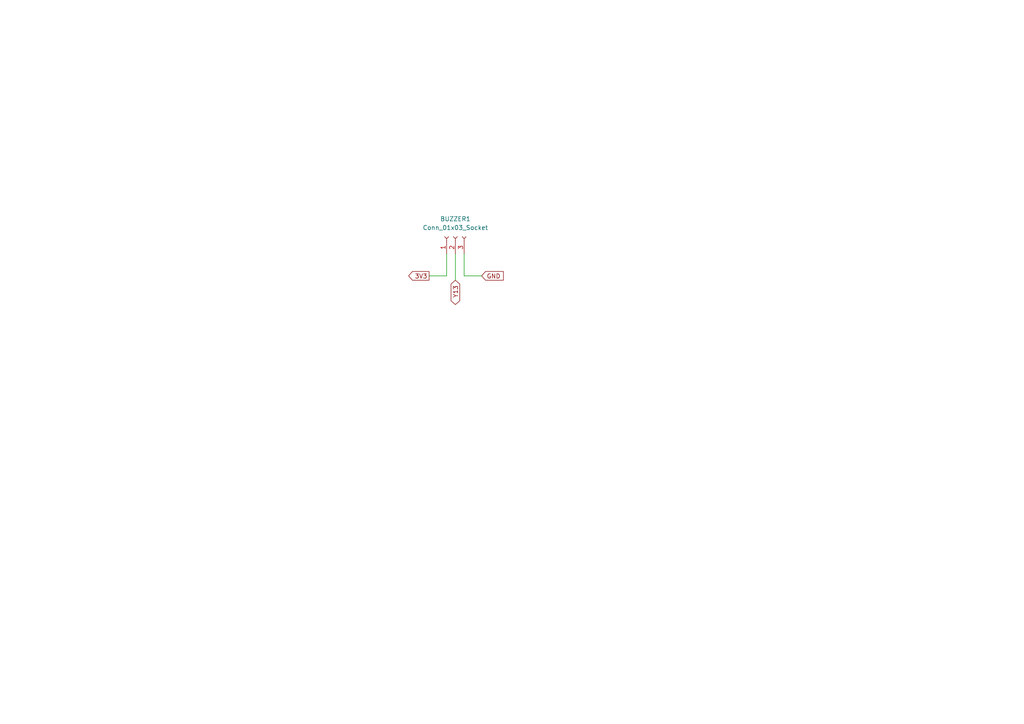
<source format=kicad_sch>
(kicad_sch (version 20231120) (generator "eeschema") (generator_version "8.0")
  (paper "A4")
  (lib_symbols
    (symbol "Connector:Conn_01x03_Socket" (pin_names (offset 1.016) hide)
      (property "Reference" "J" (at 0 5.08 0))
      (property "Value" "Conn_01x03_Socket" (at 0 -5.08 0))
      (symbol "Conn_01x03_Socket_1_1"
        (arc (start 0 -2.032) (mid -0.5058 -2.54) (end 0 -3.048) (stroke (width 0.1524)))
        (polyline (pts (xy -1.27 -2.54) (xy -0.508 -2.54)) (stroke (width 0.1524)))
        (polyline (pts (xy -1.27 0) (xy -0.508 0)) (stroke (width 0.1524)))
        (polyline (pts (xy -1.27 2.54) (xy -0.508 2.54)) (stroke (width 0.1524)))
        (arc (start 0 0.508) (mid -0.5058 0) (end 0 -0.508) (stroke (width 0.1524)))
        (arc (start 0 3.048) (mid -0.5058 2.54) (end 0 2.032) (stroke (width 0.1524)))
        (pin passive line (at -5.08 2.54 0) (length 3.81) (name "Pin_1") (number "1"))
        (pin passive line (at -5.08 0 0) (length 3.81) (name "Pin_2") (number "2"))
        (pin passive line (at -5.08 -2.54 0) (length 3.81) (name "Pin_3") (number "3"))
      )
    )
  )
  (wire (pts (xy 129.54 73.66) (xy 129.54 80.01)))
  (wire (pts (xy 139.7 80.01) (xy 134.62 80.01)))
  (wire (pts (xy 134.62 80.01) (xy 134.62 73.66)))
  (wire (pts (xy 132.08 73.66) (xy 132.08 81.28)))
  (wire (pts (xy 129.54 80.01) (xy 124.46 80.01)))
  (global_label "GND" (shape input) (at 139.7 80.01 0) (property "Intersheetrefs" "${INTERSHEET_REFS}" (effects (hide yes))))
  (global_label "Y13" (shape bidirectional) (at 132.08 81.28 270) (property "Intersheetrefs" "${INTERSHEET_REFS}" (effects (hide yes))))
  (global_label "3V3" (shape output) (at 124.46 80.01 180) (property "Intersheetrefs" "${INTERSHEET_REFS}" (effects (hide yes))))
  (symbol (lib_id "Connector:Conn_01x03_Socket") (at 132.08 68.58 90) (unit 1)
    (property "Reference" "BUZZER1" (at 132.08 63.5 90))
    (property "Value" "Conn_01x03_Socket" (at 132.08 66.04 90))
    (property "Footprint" "Connector_PinSocket_2.54mm:PinSocket_1x03_P2.54mm_Vertical_SMD_Pin1Left" (effects (hide yes)))
    (property "Description" "Generic connector, single row, 01x03, script generated" (effects (hide yes)))
  )
)
</source>
